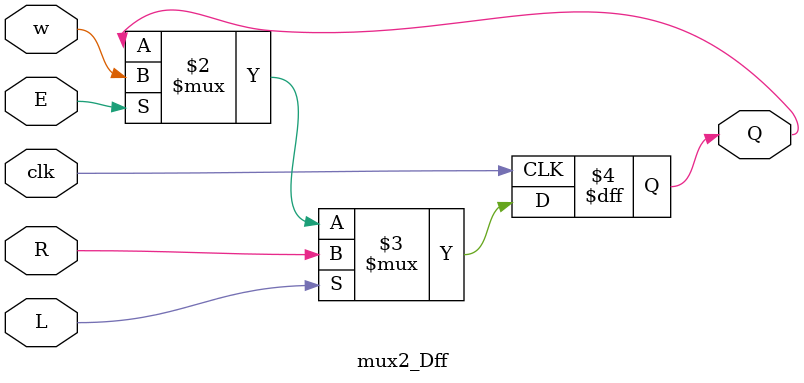
<source format=v>
module top_module (
    input [3:0] SW, //R
    input [3:0] KEY, //w, L, E
    output [3:0] LEDR //output
); //注意接口顺序

    mux2_Dff ins1(
        .clk(KEY[0]),
        .w(KEY[3]),
        .R(SW[3]),
        .E(KEY[1]),
        .L(KEY[2]),
        .Q(LEDR[3])
    );
    mux2_Dff ins2(
        .clk(KEY[0]),
        .w(LEDR[3]),
        .R(SW[2]),
        .E(KEY[1]),
        .L(KEY[2]),
        .Q(LEDR[2])
    );
    mux2_Dff ins3(
        .clk(KEY[0]),
        .w(LEDR[2]),
        .R(SW[1]),
        .E(KEY[1]),
        .L(KEY[2]),
        .Q(LEDR[1])
    );
    mux2_Dff ins4(
        .clk(KEY[0]),
        .w(LEDR[1]),
        .R(SW[0]),
        .E(KEY[1]),
        .L(KEY[2]),
        .Q(LEDR[0])
    );
endmodule

module mux2_Dff (
    input clk,
    input w, R, E, L,
    output Q
);

    always @(posedge clk ) begin
        Q <= L? R : E? w : Q;
    end
endmodule
</source>
